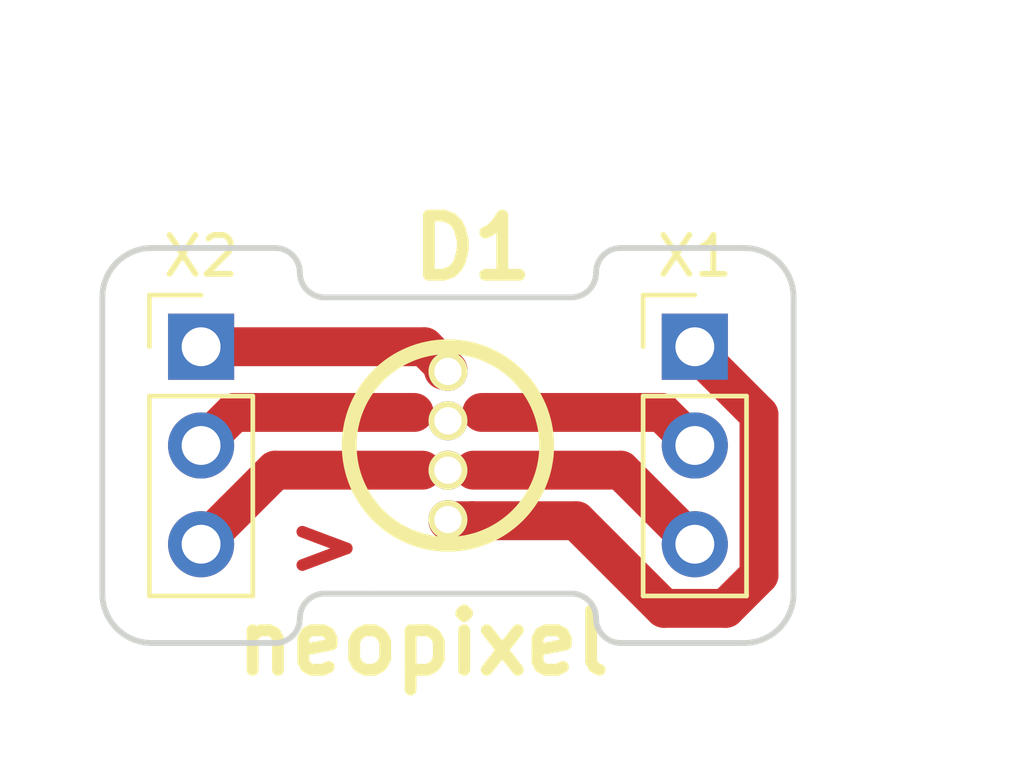
<source format=kicad_pcb>
(kicad_pcb (version 4) (host pcbnew 4.0.5)

  (general
    (links 6)
    (no_connects 4)
    (area 129.907381 93.185 160.25 114.460001)
    (thickness 1.6)
    (drawings 25)
    (tracks 22)
    (zones 0)
    (modules 3)
    (nets 5)
  )

  (page A4)
  (layers
    (0 F.Cu signal)
    (31 B.Cu signal)
    (32 B.Adhes user)
    (33 F.Adhes user)
    (34 B.Paste user)
    (35 F.Paste user)
    (36 B.SilkS user)
    (37 F.SilkS user)
    (38 B.Mask user)
    (39 F.Mask user)
    (40 Dwgs.User user)
    (41 Cmts.User user)
    (42 Eco1.User user)
    (43 Eco2.User user)
    (44 Edge.Cuts user)
    (45 Margin user)
    (46 B.CrtYd user)
    (47 F.CrtYd user)
    (48 B.Fab user)
    (49 F.Fab user)
  )

  (setup
    (last_trace_width 0.25)
    (trace_clearance 0.2)
    (zone_clearance 0.508)
    (zone_45_only no)
    (trace_min 0.2)
    (segment_width 0.2)
    (edge_width 0.15)
    (via_size 1.5)
    (via_drill 0.9)
    (via_min_size 0.4)
    (via_min_drill 0.3)
    (uvia_size 0.3)
    (uvia_drill 0.1)
    (uvias_allowed no)
    (uvia_min_size 0.2)
    (uvia_min_drill 0.1)
    (pcb_text_width 0.3)
    (pcb_text_size 1.5 1.5)
    (mod_edge_width 0.15)
    (mod_text_size 1 1)
    (mod_text_width 0.15)
    (pad_size 1.524 1.524)
    (pad_drill 0.762)
    (pad_to_mask_clearance 0.2)
    (aux_axis_origin 0 0)
    (visible_elements FFFFFF7F)
    (pcbplotparams
      (layerselection 0x01000_00000001)
      (usegerberextensions false)
      (excludeedgelayer true)
      (linewidth 0.100000)
      (plotframeref false)
      (viasonmask false)
      (mode 1)
      (useauxorigin false)
      (hpglpennumber 1)
      (hpglpenspeed 20)
      (hpglpendiameter 15)
      (hpglpenoverlay 2)
      (psnegative false)
      (psa4output false)
      (plotreference true)
      (plotvalue true)
      (plotinvisibletext false)
      (padsonsilk false)
      (subtractmaskfromsilk false)
      (outputformat 1)
      (mirror false)
      (drillshape 0)
      (scaleselection 1)
      (outputdirectory gerber/))
  )

  (net 0 "")
  (net 1 "Net-(D1-Pad1)")
  (net 2 GND)
  (net 3 +5V)
  (net 4 "Net-(D1-Pad4)")

  (net_class Default "This is the default net class."
    (clearance 0.2)
    (trace_width 0.25)
    (via_dia 1.5)
    (via_drill 0.9)
    (uvia_dia 0.3)
    (uvia_drill 0.1)
  )

  (net_class Power ""
    (clearance 0.3)
    (trace_width 1)
    (via_dia 1.5)
    (via_drill 0.9)
    (uvia_dia 0.3)
    (uvia_drill 0.1)
    (add_net +5V)
    (add_net GND)
    (add_net "Net-(D1-Pad1)")
    (add_net "Net-(D1-Pad4)")
  )

  (module LED5_RGB:LED5_RGB (layer F.Cu) (tedit 4C040376) (tstamp 58DD412D)
    (at 141.605 104.14 90)
    (path /58DD3308)
    (fp_text reference D1 (at 5.08 0.635 180) (layer F.SilkS)
      (effects (font (thickness 0.3048)))
    )
    (fp_text value neopixel (at -5.08 -0.635 180) (layer F.SilkS)
      (effects (font (thickness 0.3048)))
    )
    (fp_circle (center 0 0) (end 2.54 0) (layer F.SilkS) (width 0.381))
    (pad 1 thru_hole circle (at -1.905 0 90) (size 1.00076 1.00076) (drill 0.70104) (layers *.Cu *.Mask F.SilkS)
      (net 1 "Net-(D1-Pad1)"))
    (pad 2 thru_hole circle (at -0.635 0 90) (size 1.00076 1.00076) (drill 0.70104) (layers *.Cu *.Mask F.SilkS)
      (net 2 GND))
    (pad 3 thru_hole circle (at 0.635 0 90) (size 1.00076 1.00076) (drill 0.70104) (layers *.Cu *.Mask F.SilkS)
      (net 3 +5V))
    (pad 4 thru_hole circle (at 1.905 0 90) (size 1.00076 1.00076) (drill 0.70104) (layers *.Cu *.Mask F.SilkS)
      (net 4 "Net-(D1-Pad4)"))
    (model userlibs/libraries/packages3d/led5_RGB_vertical-short.wrl
      (at (xyz 0 0 0))
      (scale (xyz 1 1 1))
      (rotate (xyz 0 0 180))
    )
  )

  (module Pin_Headers:Pin_Header_Straight_1x03_Pitch2.54mm (layer F.Cu) (tedit 58CD4EC1) (tstamp 58DD4134)
    (at 147.955 101.6)
    (descr "Through hole straight pin header, 1x03, 2.54mm pitch, single row")
    (tags "Through hole pin header THT 1x03 2.54mm single row")
    (path /58DD343F)
    (fp_text reference X1 (at 0 -2.33) (layer F.SilkS)
      (effects (font (size 1 1) (thickness 0.15)))
    )
    (fp_text value NeopixelConn (at -0.635 10.16) (layer F.Fab)
      (effects (font (size 1 1) (thickness 0.15)))
    )
    (fp_line (start -1.27 -1.27) (end -1.27 6.35) (layer F.Fab) (width 0.1))
    (fp_line (start -1.27 6.35) (end 1.27 6.35) (layer F.Fab) (width 0.1))
    (fp_line (start 1.27 6.35) (end 1.27 -1.27) (layer F.Fab) (width 0.1))
    (fp_line (start 1.27 -1.27) (end -1.27 -1.27) (layer F.Fab) (width 0.1))
    (fp_line (start -1.33 1.27) (end -1.33 6.41) (layer F.SilkS) (width 0.12))
    (fp_line (start -1.33 6.41) (end 1.33 6.41) (layer F.SilkS) (width 0.12))
    (fp_line (start 1.33 6.41) (end 1.33 1.27) (layer F.SilkS) (width 0.12))
    (fp_line (start 1.33 1.27) (end -1.33 1.27) (layer F.SilkS) (width 0.12))
    (fp_line (start -1.33 0) (end -1.33 -1.33) (layer F.SilkS) (width 0.12))
    (fp_line (start -1.33 -1.33) (end 0 -1.33) (layer F.SilkS) (width 0.12))
    (fp_line (start -1.8 -1.8) (end -1.8 6.85) (layer F.CrtYd) (width 0.05))
    (fp_line (start -1.8 6.85) (end 1.8 6.85) (layer F.CrtYd) (width 0.05))
    (fp_line (start 1.8 6.85) (end 1.8 -1.8) (layer F.CrtYd) (width 0.05))
    (fp_line (start 1.8 -1.8) (end -1.8 -1.8) (layer F.CrtYd) (width 0.05))
    (fp_text user %R (at 0 -2.33) (layer F.Fab)
      (effects (font (size 1 1) (thickness 0.15)))
    )
    (pad 1 thru_hole rect (at 0 0) (size 1.7 1.7) (drill 1) (layers *.Cu *.Mask)
      (net 1 "Net-(D1-Pad1)"))
    (pad 2 thru_hole oval (at 0 2.54) (size 1.7 1.7) (drill 1) (layers *.Cu *.Mask)
      (net 3 +5V))
    (pad 3 thru_hole oval (at 0 5.08) (size 1.7 1.7) (drill 1) (layers *.Cu *.Mask)
      (net 2 GND))
    (model ${KISYS3DMOD}/Pin_Headers.3dshapes/Pin_Header_Straight_1x03_Pitch2.54mm.wrl
      (at (xyz 0 -0.1 0))
      (scale (xyz 1 1 1))
      (rotate (xyz 0 0 90))
    )
  )

  (module Pin_Headers:Pin_Header_Straight_1x03_Pitch2.54mm (layer F.Cu) (tedit 58CD4EC1) (tstamp 58DD413B)
    (at 135.255 101.6)
    (descr "Through hole straight pin header, 1x03, 2.54mm pitch, single row")
    (tags "Through hole pin header THT 1x03 2.54mm single row")
    (path /58DD34D6)
    (fp_text reference X2 (at 0 -2.33) (layer F.SilkS)
      (effects (font (size 1 1) (thickness 0.15)))
    )
    (fp_text value NeopixelConn (at 0 7.41) (layer F.Fab)
      (effects (font (size 1 1) (thickness 0.15)))
    )
    (fp_line (start -1.27 -1.27) (end -1.27 6.35) (layer F.Fab) (width 0.1))
    (fp_line (start -1.27 6.35) (end 1.27 6.35) (layer F.Fab) (width 0.1))
    (fp_line (start 1.27 6.35) (end 1.27 -1.27) (layer F.Fab) (width 0.1))
    (fp_line (start 1.27 -1.27) (end -1.27 -1.27) (layer F.Fab) (width 0.1))
    (fp_line (start -1.33 1.27) (end -1.33 6.41) (layer F.SilkS) (width 0.12))
    (fp_line (start -1.33 6.41) (end 1.33 6.41) (layer F.SilkS) (width 0.12))
    (fp_line (start 1.33 6.41) (end 1.33 1.27) (layer F.SilkS) (width 0.12))
    (fp_line (start 1.33 1.27) (end -1.33 1.27) (layer F.SilkS) (width 0.12))
    (fp_line (start -1.33 0) (end -1.33 -1.33) (layer F.SilkS) (width 0.12))
    (fp_line (start -1.33 -1.33) (end 0 -1.33) (layer F.SilkS) (width 0.12))
    (fp_line (start -1.8 -1.8) (end -1.8 6.85) (layer F.CrtYd) (width 0.05))
    (fp_line (start -1.8 6.85) (end 1.8 6.85) (layer F.CrtYd) (width 0.05))
    (fp_line (start 1.8 6.85) (end 1.8 -1.8) (layer F.CrtYd) (width 0.05))
    (fp_line (start 1.8 -1.8) (end -1.8 -1.8) (layer F.CrtYd) (width 0.05))
    (fp_text user %R (at 0 -2.33) (layer F.Fab)
      (effects (font (size 1 1) (thickness 0.15)))
    )
    (pad 1 thru_hole rect (at 0 0) (size 1.7 1.7) (drill 1) (layers *.Cu *.Mask)
      (net 4 "Net-(D1-Pad4)"))
    (pad 2 thru_hole oval (at 0 2.54) (size 1.7 1.7) (drill 1) (layers *.Cu *.Mask)
      (net 3 +5V))
    (pad 3 thru_hole oval (at 0 5.08) (size 1.7 1.7) (drill 1) (layers *.Cu *.Mask)
      (net 2 GND))
    (model ${KISYS3DMOD}/Pin_Headers.3dshapes/Pin_Header_Straight_1x03_Pitch2.54mm.wrl
      (at (xyz 0 -0.1 0))
      (scale (xyz 1 1 1))
      (rotate (xyz 0 0 90))
    )
  )

  (gr_text > (at 138.43 106.68) (layer F.Cu)
    (effects (font (size 1.5 1.5) (thickness 0.3)))
  )
  (gr_line (start 137.16 109.22) (end 133.985 109.22) (layer Edge.Cuts) (width 0.15))
  (gr_line (start 149.225 109.22) (end 146.05 109.22) (layer Edge.Cuts) (width 0.15))
  (gr_line (start 146.05 99.06) (end 149.225 99.06) (layer Edge.Cuts) (width 0.15))
  (gr_line (start 133.985 99.06) (end 137.16 99.06) (layer Edge.Cuts) (width 0.15))
  (gr_line (start 138.43 107.95) (end 139.7 107.95) (layer Edge.Cuts) (width 0.15))
  (gr_arc (start 138.43 108.585) (end 137.795 108.585) (angle 90) (layer Edge.Cuts) (width 0.15))
  (gr_arc (start 137.16 108.585) (end 137.795 108.585) (angle 90) (layer Edge.Cuts) (width 0.15))
  (gr_arc (start 138.43 99.695) (end 138.43 100.33) (angle 90) (layer Edge.Cuts) (width 0.15))
  (gr_arc (start 137.16 99.695) (end 137.16 99.06) (angle 90) (layer Edge.Cuts) (width 0.15))
  (gr_line (start 144.78 100.33) (end 138.43 100.33) (layer Edge.Cuts) (width 0.15))
  (gr_arc (start 144.78 99.695) (end 145.415 99.695) (angle 90) (layer Edge.Cuts) (width 0.15))
  (gr_arc (start 146.05 99.695) (end 145.415 99.695) (angle 90) (layer Edge.Cuts) (width 0.15))
  (gr_arc (start 144.78 108.585) (end 144.78 107.95) (angle 90) (layer Edge.Cuts) (width 0.15))
  (gr_arc (start 146.05 108.585) (end 146.05 109.22) (angle 90) (layer Edge.Cuts) (width 0.15))
  (gr_line (start 139.7 107.95) (end 144.78 107.95) (layer Edge.Cuts) (width 0.15))
  (dimension 2.54 (width 0.3) (layer Cmts.User)
    (gr_text "2.540 mm" (at 145.415 94.535) (layer Cmts.User)
      (effects (font (size 1.5 1.5) (thickness 0.3)))
    )
    (feature1 (pts (xy 146.685 104.14) (xy 146.685 93.185)))
    (feature2 (pts (xy 144.145 104.14) (xy 144.145 93.185)))
    (crossbar (pts (xy 144.145 95.885) (xy 146.685 95.885)))
    (arrow1a (pts (xy 146.685 95.885) (xy 145.558496 96.471421)))
    (arrow1b (pts (xy 146.685 95.885) (xy 145.558496 95.298579)))
    (arrow2a (pts (xy 144.145 95.885) (xy 145.271504 96.471421)))
    (arrow2b (pts (xy 144.145 95.885) (xy 145.271504 95.298579)))
  )
  (dimension 10.16 (width 0.3) (layer Cmts.User)
    (gr_text "10.160 mm" (at 153.75 104.14 90) (layer Cmts.User)
      (effects (font (size 1.5 1.5) (thickness 0.3)))
    )
    (feature1 (pts (xy 147.32 99.06) (xy 155.1 99.06)))
    (feature2 (pts (xy 147.32 109.22) (xy 155.1 109.22)))
    (crossbar (pts (xy 152.4 109.22) (xy 152.4 99.06)))
    (arrow1a (pts (xy 152.4 99.06) (xy 152.986421 100.186504)))
    (arrow1b (pts (xy 152.4 99.06) (xy 151.813579 100.186504)))
    (arrow2a (pts (xy 152.4 109.22) (xy 152.986421 108.093496)))
    (arrow2b (pts (xy 152.4 109.22) (xy 151.813579 108.093496)))
  )
  (dimension 13.97 (width 0.3) (layer Cmts.User)
    (gr_text "13.970 mm" (at 141.605 113.11) (layer Cmts.User)
      (effects (font (size 1.5 1.5) (thickness 0.3)))
    )
    (feature1 (pts (xy 148.59 106.68) (xy 148.59 114.46)))
    (feature2 (pts (xy 134.62 106.68) (xy 134.62 114.46)))
    (crossbar (pts (xy 134.62 111.76) (xy 148.59 111.76)))
    (arrow1a (pts (xy 148.59 111.76) (xy 147.463496 112.346421)))
    (arrow1b (pts (xy 148.59 111.76) (xy 147.463496 111.173579)))
    (arrow2a (pts (xy 134.62 111.76) (xy 135.746504 112.346421)))
    (arrow2b (pts (xy 134.62 111.76) (xy 135.746504 111.173579)))
  )
  (gr_arc (start 133.985 100.33) (end 132.715 100.33) (angle 90) (layer Edge.Cuts) (width 0.15))
  (gr_arc (start 133.985 107.95) (end 133.985 109.22) (angle 90) (layer Edge.Cuts) (width 0.15))
  (gr_arc (start 149.225 107.95) (end 150.495 107.95) (angle 90) (layer Edge.Cuts) (width 0.15))
  (gr_arc (start 149.225 100.33) (end 149.225 99.06) (angle 90) (layer Edge.Cuts) (width 0.15))
  (gr_line (start 132.715 107.95) (end 132.715 100.33) (layer Edge.Cuts) (width 0.15))
  (gr_line (start 150.495 100.33) (end 150.495 107.95) (layer Edge.Cuts) (width 0.15))

  (segment (start 144.908008 106.07501) (end 142.229555 106.07501) (width 1) (layer F.Cu) (net 1))
  (segment (start 142.229555 106.07501) (end 142.229184 106.075381) (width 1) (layer F.Cu) (net 1))
  (segment (start 142.229184 106.075381) (end 141.605 106.075381) (width 1) (layer F.Cu) (net 1))
  (segment (start 147.955 101.6) (end 147.955 101.697998) (width 1) (layer F.Cu) (net 1))
  (segment (start 147.955 101.697998) (end 149.605001 103.347999) (width 1) (layer F.Cu) (net 1))
  (segment (start 149.605001 103.347999) (end 149.605001 107.472001) (width 1) (layer F.Cu) (net 1))
  (segment (start 149.605001 107.472001) (end 148.747001 108.330001) (width 1) (layer F.Cu) (net 1))
  (segment (start 148.747001 108.330001) (end 147.162999 108.330001) (width 1) (layer F.Cu) (net 1))
  (segment (start 147.162999 108.330001) (end 144.908008 106.07501) (width 1) (layer F.Cu) (net 1))
  (segment (start 141.635381 106.075381) (end 141.605 106.075381) (width 1) (layer F.Cu) (net 1))
  (segment (start 147.955 106.68) (end 146.05 104.775) (width 1) (layer F.Cu) (net 2))
  (segment (start 146.05 104.775) (end 142.259565 104.775) (width 1) (layer F.Cu) (net 2))
  (segment (start 136.104999 105.830001) (end 137.16 104.775) (width 1) (layer F.Cu) (net 2))
  (segment (start 137.16 104.775) (end 140.950435 104.775) (width 1) (layer F.Cu) (net 2))
  (segment (start 135.255 106.68) (end 136.104999 105.830001) (width 1) (layer F.Cu) (net 2))
  (segment (start 147.955 104.14) (end 147.105001 103.290001) (width 1) (layer F.Cu) (net 3))
  (segment (start 147.105001 103.290001) (end 142.474564 103.290001) (width 1) (layer F.Cu) (net 3))
  (segment (start 135.255 104.14) (end 136.104999 103.290001) (width 1) (layer F.Cu) (net 3))
  (segment (start 136.104999 103.290001) (end 140.735436 103.290001) (width 1) (layer F.Cu) (net 3))
  (segment (start 135.255 101.6) (end 141.000381 101.6) (width 1) (layer F.Cu) (net 4))
  (segment (start 141.000381 101.6) (end 141.605 102.204619) (width 1) (layer F.Cu) (net 4))
  (segment (start 141.488545 102.204619) (end 141.605 102.204619) (width 1) (layer F.Cu) (net 4))

)

</source>
